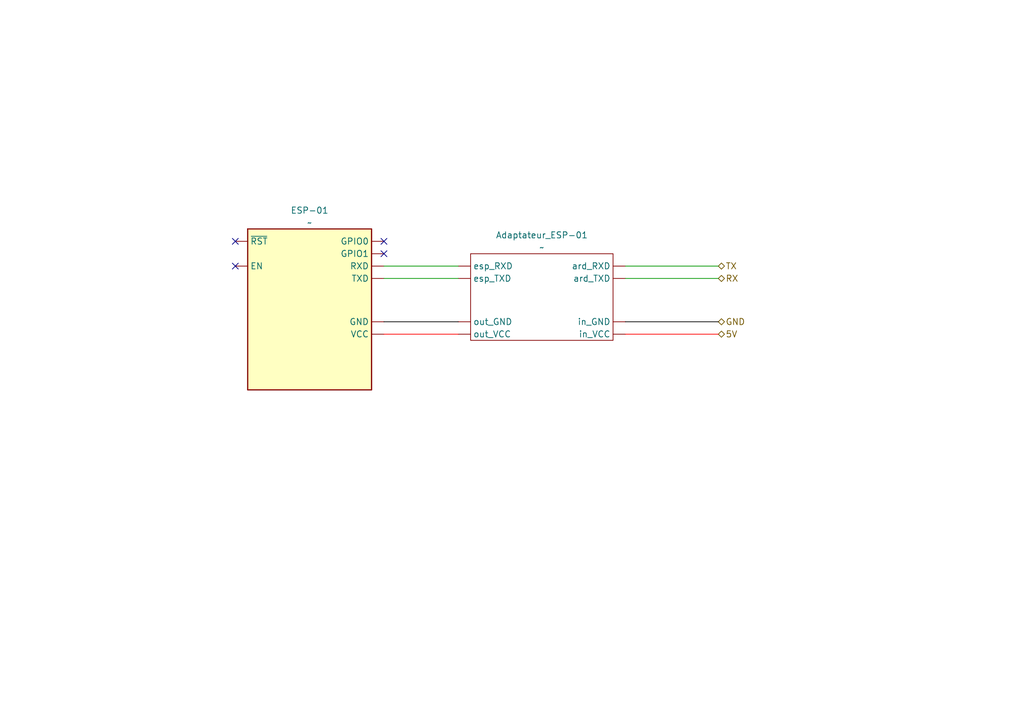
<source format=kicad_sch>
(kicad_sch (version 20231120) (generator "eeschema") (generator_version "8.0")
  (paper "A5")
  (title_block (title "Connexion entre Arduino Mega 2560 et ESP-01") (date "2024-05-21") (rev "0.0.1"))
  (lib_symbols
    (symbol "ESP-01:Adaptateur_ESP-01" (pin_numbers hide)
      (property "Reference" "Adaptateur ESP-01" (at 0 2.54 0))
      (symbol "Adaptateur_ESP-01_0_1"
        (rectangle (start -15.24 10.16) (end 13.97 -7.62))
      )
      (symbol "Adaptateur_ESP-01_1_1"
        (pin bidirectional line (at -17.78 7.62 0) (length 2.54) (name "esp_RXD") (number "0"))
        (pin bidirectional line (at -17.78 5.08 0) (length 2.54) (name "esp_TXD") (number "1"))
        (pin power_out line (at -17.78 -6.35 0) (length 2.54) (name "out_VCC") (number "3.3V"))
        (pin bidirectional line (at 16.51 7.62 180) (length 2.54) (name "ard_RXD") (number "4"))
        (pin bidirectional line (at 16.51 5.08 180) (length 2.54) (name "ard_TXD") (number "5"))
        (pin power_in line (at 16.51 -6.35 180) (length 2.54) (name "in_VCC") (number "5V"))
        (pin power_out line (at -17.78 -3.81 0) (length 2.54) (name "out_GND") (number "GND1"))
        (pin power_in line (at 16.51 -3.81 180) (length 2.54) (name "in_GND") (number "GND2"))
      )
    )
    (symbol "ESP-01:ESP-01" (pin_numbers hide)
      (property "Reference" "ESP-01" (at 0 0 0))
      (symbol "ESP-01_0_1"
        (rectangle (start -12.7 12.7) (end 12.7 -20.32) (stroke (width 0.254)) (fill (type background)))
      )
      (symbol "ESP-01_1_1"
        (pin input line (at -15.24 10.16 0) (length 2.54) (name "~{RST}") (number "0"))
        (pin input line (at -15.24 5.08 0) (length 2.54) (name "EN") (number "1"))
        (pin power_in line (at 15.24 -8.89 180) (length 2.54) (name "VCC") (number "3.3V"))
        (pin bidirectional line (at 15.24 10.16 180) (length 2.54) (name "GPIO0") (number "4"))
        (pin bidirectional line (at 15.24 7.62 180) (length 2.54) (name "GPIO1") (number "5"))
        (pin bidirectional line (at 15.24 5.08 180) (length 2.54) (name "RXD") (number "6"))
        (pin bidirectional line (at 15.24 2.54 180) (length 2.54) (name "TXD") (number "7"))
        (pin power_in line (at 15.24 -6.35 180) (length 2.54) (name "GND") (number "GND"))
      )
    )
  )
  (no_connect (at 48.26 49.53))
  (no_connect (at 78.74 49.53))
  (no_connect (at 48.26 54.61))
  (no_connect (at 78.74 52.07))
  (wire (pts (xy 78.74 54.61) (xy 93.98 54.61)))
  (wire (pts (xy 128.27 57.15) (xy 147.32 57.15)))
  (wire (pts (xy 128.27 66.04) (xy 147.32 66.04)) (stroke (width 0) (color 0 0 0 1)))
  (wire (pts (xy 78.74 68.58) (xy 93.98 68.58)) (stroke (width 0) (color 255 0 0 1)))
  (wire (pts (xy 78.74 66.04) (xy 93.98 66.04)) (stroke (width 0) (color 0 0 0 1)))
  (wire (pts (xy 78.74 57.15) (xy 93.98 57.15)))
  (wire (pts (xy 128.27 68.58) (xy 147.32 68.58)) (stroke (width 0) (color 255 0 0 1)))
  (wire (pts (xy 128.27 54.61) (xy 147.32 54.61)))
  (hierarchical_label "TX" (shape bidirectional) (at 147.32 54.61 0))
  (hierarchical_label "RX" (shape bidirectional) (at 147.32 57.15 0))
  (hierarchical_label "GND" (shape bidirectional) (at 147.32 66.04 0))
  (hierarchical_label "5V" (shape bidirectional) (at 147.32 68.58 0))
  (symbol (lib_id "ESP-01:Adaptateur_ESP-01") (at 111.76 62.23 0) (unit 1)
    (property "Reference" "Adaptateur_ESP-01" (at 111.125 48.26 0))
    (property "Value" "~" (at 111.125 50.8 0))
  )
  (symbol (lib_id "ESP-01:ESP-01") (at 63.5 59.69 0) (unit 1)
    (property "Reference" "ESP-01" (at 63.5 43.18 0))
    (property "Value" "~" (at 63.5 45.72 0))
  )
)
</source>
